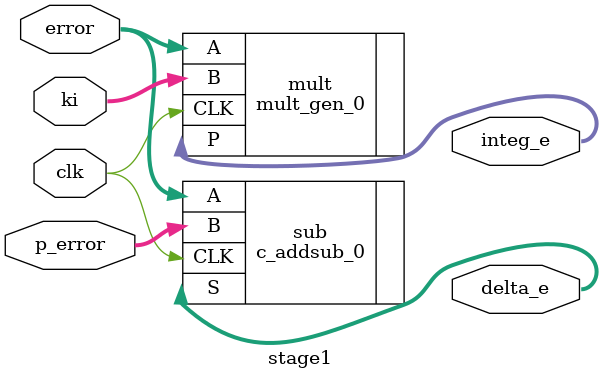
<source format=v>
`timescale 1ns / 1ps

module stage1(clk, ki, error, p_error, delta_e, integ_e);
    
    input clk;
    input wire signed [15:0] error, p_error;
    input wire signed [31:0] ki;
    output wire signed [15:0] delta_e;
    output wire signed [31:0] integ_e;
          
    c_addsub_0 sub (
      .A(error),      // input wire [16 : 0] A
      .B(p_error),    // input wire [16 : 0] B
      .CLK(clk),      // input wire CLK
      .S(delta_e)     // output wire [16 : 0] S
    );
    
    mult_gen_0 mult (
      .CLK(clk),      // input wire CLK
      .A(error),      // input wire [15 : 0] A
      .B(ki),         // input wire [31 : 0] B
      .P(integ_e)     // output wire [47 : 0] P
    );
    
endmodule

</source>
